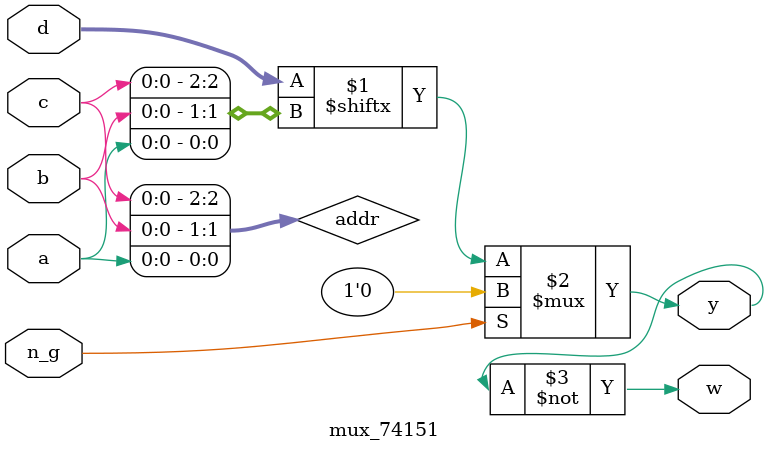
<source format=v>
`timescale 1ns/1ns
module mux_74151(n_g, d, a, b, c, y, w);
    input n_g;
    input [7:0] d;
    input a, b, c;
    output y, w;

    wire [2:0] addr = {c,b,a};
    assign #10 y = n_g ? 1'b0 : d[addr];
    assign w = ~y;
endmodule

</source>
